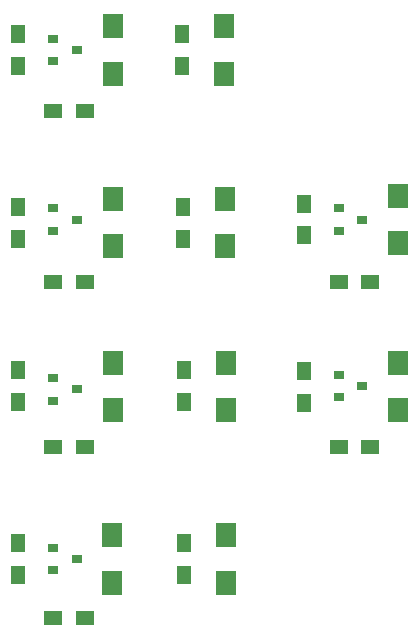
<source format=gbr>
G04 #@! TF.GenerationSoftware,KiCad,Pcbnew,5.0.1*
G04 #@! TF.CreationDate,2019-03-20T13:16:04+05:30*
G04 #@! TF.ProjectId,switches,73776974636865732E6B696361645F70,rev?*
G04 #@! TF.SameCoordinates,Original*
G04 #@! TF.FileFunction,Paste,Top*
G04 #@! TF.FilePolarity,Positive*
%FSLAX46Y46*%
G04 Gerber Fmt 4.6, Leading zero omitted, Abs format (unit mm)*
G04 Created by KiCad (PCBNEW 5.0.1) date Wed 20 Mar 2019 01:16:04 PM IST*
%MOMM*%
%LPD*%
G01*
G04 APERTURE LIST*
%ADD10R,1.700000X2.000000*%
%ADD11R,1.300000X1.500000*%
%ADD12R,1.500000X1.300000*%
%ADD13R,0.900000X0.800000*%
G04 APERTURE END LIST*
D10*
G04 #@! TO.C,D10*
X123249514Y-117209815D03*
X123249514Y-121209815D03*
G04 #@! TD*
G04 #@! TO.C,D9*
X123239730Y-106590725D03*
X123239730Y-102590725D03*
G04 #@! TD*
G04 #@! TO.C,D8*
X123182653Y-88733635D03*
X123182653Y-92733635D03*
G04 #@! TD*
G04 #@! TO.C,D7*
X123057679Y-78114545D03*
X123057679Y-74114545D03*
G04 #@! TD*
G04 #@! TO.C,D6*
X137860000Y-106578000D03*
X137860000Y-102578000D03*
G04 #@! TD*
G04 #@! TO.C,D5*
X137860000Y-88466905D03*
X137860000Y-92466905D03*
G04 #@! TD*
G04 #@! TO.C,D4*
X113644000Y-121209815D03*
X113644000Y-117209815D03*
G04 #@! TD*
G04 #@! TO.C,D3*
X113674000Y-102590725D03*
X113674000Y-106590725D03*
G04 #@! TD*
G04 #@! TO.C,D2*
X113674000Y-92733635D03*
X113674000Y-88733635D03*
G04 #@! TD*
G04 #@! TO.C,D1*
X113674000Y-74114545D03*
X113674000Y-78114545D03*
G04 #@! TD*
D11*
G04 #@! TO.C,R16*
X119693514Y-117859815D03*
X119693514Y-120559815D03*
G04 #@! TD*
G04 #@! TO.C,R13*
X119501679Y-77464545D03*
X119501679Y-74764545D03*
G04 #@! TD*
G04 #@! TO.C,R14*
X119626653Y-89383635D03*
X119626653Y-92083635D03*
G04 #@! TD*
G04 #@! TO.C,R15*
X119683730Y-105940725D03*
X119683730Y-103240725D03*
G04 #@! TD*
G04 #@! TO.C,R12*
X129862000Y-106018000D03*
X129862000Y-103318000D03*
G04 #@! TD*
G04 #@! TO.C,R7*
X105696000Y-74764545D03*
X105696000Y-77464545D03*
G04 #@! TD*
G04 #@! TO.C,R8*
X105696000Y-92083635D03*
X105696000Y-89383635D03*
G04 #@! TD*
G04 #@! TO.C,R9*
X105696000Y-103240725D03*
X105696000Y-105940725D03*
G04 #@! TD*
G04 #@! TO.C,R10*
X105626000Y-120559815D03*
X105626000Y-117859815D03*
G04 #@! TD*
G04 #@! TO.C,R11*
X129862000Y-89116905D03*
X129862000Y-91816905D03*
G04 #@! TD*
D12*
G04 #@! TO.C,R6*
X132800000Y-109728000D03*
X135500000Y-109728000D03*
G04 #@! TD*
G04 #@! TO.C,R5*
X132800000Y-95758000D03*
X135500000Y-95758000D03*
G04 #@! TD*
G04 #@! TO.C,R4*
X108614000Y-124206000D03*
X111314000Y-124206000D03*
G04 #@! TD*
G04 #@! TO.C,R3*
X111314000Y-109728000D03*
X108614000Y-109728000D03*
G04 #@! TD*
G04 #@! TO.C,R2*
X108614000Y-95758000D03*
X111314000Y-95758000D03*
G04 #@! TD*
G04 #@! TO.C,R1*
X111314000Y-81280000D03*
X108614000Y-81280000D03*
G04 #@! TD*
D13*
G04 #@! TO.C,Q6*
X132800000Y-103628000D03*
X132800000Y-105528000D03*
X134800000Y-104578000D03*
G04 #@! TD*
G04 #@! TO.C,Q1*
X110614000Y-76114545D03*
X108614000Y-77064545D03*
X108614000Y-75164545D03*
G04 #@! TD*
G04 #@! TO.C,Q2*
X108614000Y-89529635D03*
X108614000Y-91429635D03*
X110614000Y-90479635D03*
G04 #@! TD*
G04 #@! TO.C,Q3*
X110614000Y-104844725D03*
X108614000Y-105794725D03*
X108614000Y-103894725D03*
G04 #@! TD*
G04 #@! TO.C,Q5*
X132800000Y-89516905D03*
X132800000Y-91416905D03*
X134800000Y-90466905D03*
G04 #@! TD*
G04 #@! TO.C,Q4*
X110614000Y-119209815D03*
X108614000Y-120159815D03*
X108614000Y-118259815D03*
G04 #@! TD*
M02*

</source>
